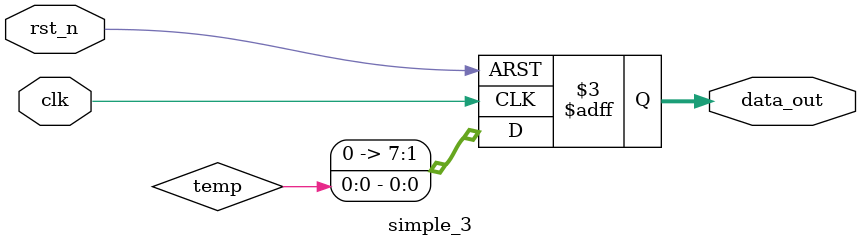
<source format=v>
module simple_3(
    input clk,
    input rst_n,
    output reg [7:0] data_out
);
    always @(posedge clk or negedge rst_n) begin
        if (!rst_n)
            data_out <= 8'b0;
        else
            data_out <= temp;
    end
endmodule

</source>
